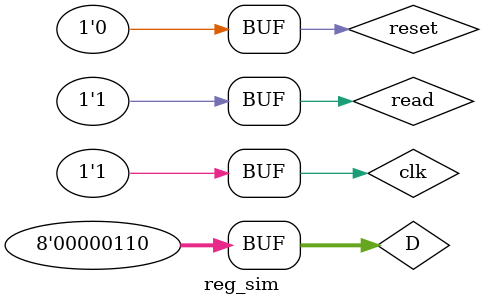
<source format=v>
`timescale 1ns / 1ps


module reg_sim(

    );
    reg reset,read,clk;
    reg [7:0]D;
    wire [7:0]Q;
    register_8bits test(reset,read,clk,D,Q);
    initial begin
    clk = 1;
    reset = 0;
    read = 0;
    D = 7;
    
    #5 clk = 0;
    D = 9;
    read = 1;
    #5 clk = 1;
    D = 8'b01001100;
#5 clk = 0;
#5 clk =1;
D = 6;    

    end
endmodule

</source>
